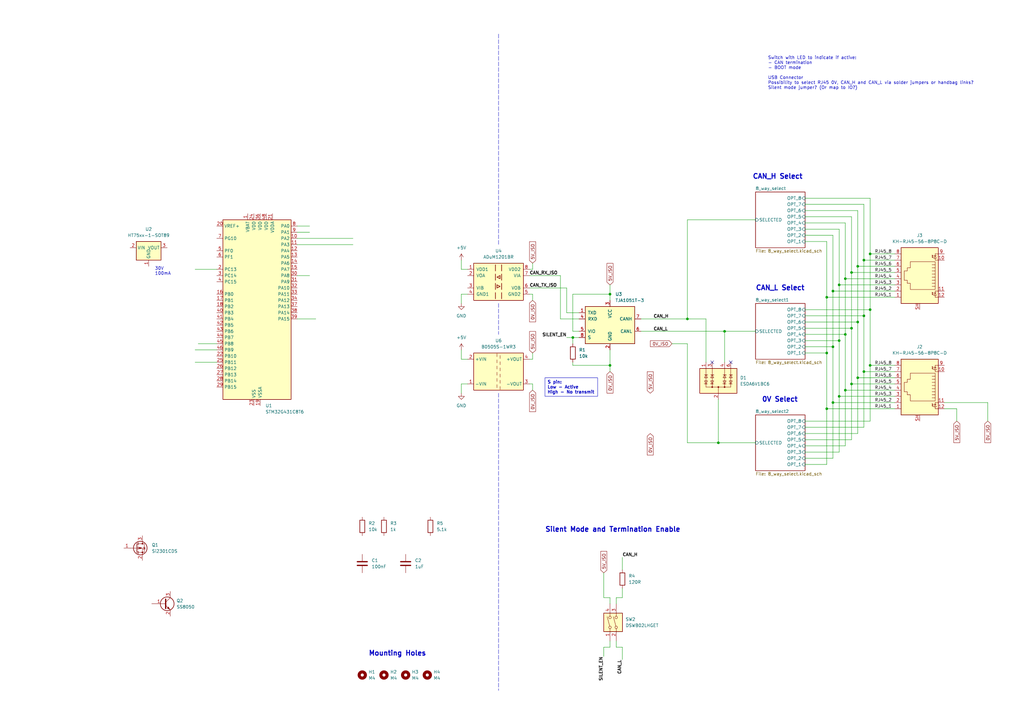
<source format=kicad_sch>
(kicad_sch (version 20230121) (generator eeschema)
  (paper "A3")
  (title_block (title "CANable ISO") (rev "A") (company "N/A"))
  (lib_symbols
    (symbol "CANable_ISO_PCB:B0505S-1WR3"
      (property "Reference" "U" (at -8.89 8.89 0))
      (property "Value" "B0505S-1WR3" (at 2.54 8.89 0))
      (symbol "B0505S-1WR3_0_1"
        (rectangle (start -10.16 7.62) (end 10.16 -7.62) (stroke (width 0.254)) (fill (type background)))
        (polyline (pts (xy -0.635 -5.334) (xy -0.635 -6.604)))
        (polyline (pts (xy -0.635 -2.794) (xy -0.635 -4.064)))
        (polyline (pts (xy -0.635 -0.254) (xy -0.635 -1.524)))
        (polyline (pts (xy -0.635 2.286) (xy -0.635 1.016)))
        (polyline (pts (xy -0.635 4.826) (xy -0.635 3.556)))
        (polyline (pts (xy -0.635 7.366) (xy -0.635 6.096)))
        (polyline (pts (xy 0.635 -7.366) (xy 0.635 -6.096)))
        (polyline (pts (xy 0.635 -4.826) (xy 0.635 -3.556)))
        (polyline (pts (xy 0.635 -2.286) (xy 0.635 -1.016)))
        (polyline (pts (xy 0.635 0.254) (xy 0.635 1.524)))
        (polyline (pts (xy 0.635 2.794) (xy 0.635 4.064)))
        (polyline (pts (xy 0.635 5.334) (xy 0.635 6.604)))
      )
      (symbol "B0505S-1WR3_1_1"
        (pin power_in line (at -12.7 -5.08 0) (length 2.54) (name "-VIN") (number "1"))
        (pin power_in line (at -12.7 5.08 0) (length 2.54) (name "+VIN") (number "2"))
        (pin power_out line (at 12.7 -5.08 180) (length 2.54) (name "-VOUT") (number "3"))
        (pin power_out line (at 12.7 5.08 180) (length 2.54) (name "+VOUT") (number "4"))
      )
    )
    (symbol "CANable_ISO_PCB:KH-RJ45-56-8P8C-D" (pin_names (offset 1.016))
      (property "Reference" "J" (at -5.08 13.97 0))
      (property "Value" "KH-RJ45-56-8P8C-D" (at 1.27 13.97 0))
      (symbol "KH-RJ45-56-8P8C-D_0_1"
        (polyline (pts (xy -7.62 -7.62) (xy -6.35 -7.62)))
        (polyline (pts (xy -7.62 -5.08) (xy -6.35 -5.08)))
        (polyline (pts (xy -7.62 7.62) (xy -6.35 7.62)))
        (polyline (pts (xy -7.62 10.16) (xy -6.35 10.16)))
        (polyline (pts (xy -6.858 -5.842) (xy -5.842 -5.842)))
        (polyline (pts (xy -6.858 9.398) (xy -5.842 9.398)))
        (polyline (pts (xy -6.35 -7.62) (xy -6.35 -6.858)))
        (polyline (pts (xy -6.35 -5.08) (xy -6.35 -5.842)))
        (polyline (pts (xy -6.35 7.62) (xy -6.35 8.382)))
        (polyline (pts (xy -6.35 10.16) (xy -6.35 9.398)))
        (polyline (pts (xy -5.08 -6.223) (xy -5.207 -6.604)))
        (polyline (pts (xy -5.08 -5.588) (xy -5.207 -5.969)))
        (polyline (pts (xy -5.08 4.445) (xy -6.35 4.445)))
        (polyline (pts (xy -5.08 5.715) (xy -6.35 5.715)))
        (polyline (pts (xy -5.08 9.017) (xy -5.207 8.636)))
        (polyline (pts (xy -5.08 9.652) (xy -5.207 9.271)))
        (polyline (pts (xy -6.35 -3.175) (xy -5.08 -3.175) (xy -5.08 -3.175)))
        (polyline (pts (xy -6.35 -1.905) (xy -5.08 -1.905) (xy -5.08 -1.905)))
        (polyline (pts (xy -6.35 -0.635) (xy -5.08 -0.635) (xy -5.08 -0.635)))
        (polyline (pts (xy -6.35 0.635) (xy -5.08 0.635) (xy -5.08 0.635)))
        (polyline (pts (xy -6.35 1.905) (xy -5.08 1.905) (xy -5.08 1.905)))
        (polyline (pts (xy -5.588 -6.731) (xy -5.08 -6.223) (xy -5.461 -6.35)))
        (polyline (pts (xy -5.588 -6.096) (xy -5.08 -5.588) (xy -5.461 -5.715)))
        (polyline (pts (xy -5.588 8.509) (xy -5.08 9.017) (xy -5.461 8.89)))
        (polyline (pts (xy -5.588 9.144) (xy -5.08 9.652) (xy -5.461 9.525)))
        (polyline (pts (xy -5.08 3.175) (xy -6.35 3.175) (xy -6.35 3.175)))
        (polyline (pts (xy -6.35 -5.842) (xy -6.858 -6.858) (xy -5.842 -6.858) (xy -6.35 -5.842)))
        (polyline (pts (xy -6.35 9.398) (xy -6.858 8.382) (xy -5.842 8.382) (xy -6.35 9.398)))
        (polyline (pts (xy -6.35 -4.445) (xy -6.35 6.985) (xy 3.81 6.985) (xy 3.81 4.445) (xy 5.08 4.445) (xy 5.08 3.175) (xy 6.35 3.175) (xy 6.35 -0.635) (xy 5.08 -0.635) (xy 5.08 -1.905) (xy 3.81 -1.905) (xy 3.81 -4.445) (xy -6.35 -4.445) (xy -6.35 -4.445)))
        (rectangle (start 7.62 12.7) (end -7.62 -10.16) (stroke (width 0.254)) (fill (type background)))
      )
      (symbol "KH-RJ45-56-8P8C-D_1_1"
        (pin passive line (at 10.16 -7.62 180) (length 2.54) (name "~") (number "1"))
        (pin passive line (at -10.16 7.62 0) (length 2.54) (name "~") (number "10"))
        (pin passive line (at -10.16 -5.08 0) (length 2.54) (name "~") (number "11"))
        (pin passive line (at -10.16 -7.62 0) (length 2.54) (name "~") (number "12"))
        (pin passive line (at 10.16 -5.08 180) (length 2.54) (name "~") (number "2"))
        (pin passive line (at 10.16 -2.54 180) (length 2.54) (name "~") (number "3"))
        (pin passive line (at 10.16 0 180) (length 2.54) (name "~") (number "4"))
        (pin passive line (at 10.16 2.54 180) (length 2.54) (name "~") (number "5"))
        (pin passive line (at 10.16 5.08 180) (length 2.54) (name "~") (number "6"))
        (pin passive line (at 10.16 7.62 180) (length 2.54) (name "~") (number "7"))
        (pin passive line (at 10.16 10.16 180) (length 2.54) (name "~") (number "8"))
        (pin passive line (at -10.16 10.16 0) (length 2.54) (name "~") (number "9"))
        (pin passive line (at 0 -12.7 90) (length 2.54) (name "~") (number "SH"))
      )
    )
    (symbol "Device:C" (pin_numbers hide) (pin_names (offset 0.254))
      (property "Reference" "C" (at 0.635 2.54 0))
      (property "Value" "C" (at 0.635 -2.54 0))
      (symbol "C_0_1"
        (polyline (pts (xy -2.032 -0.762) (xy 2.032 -0.762)) (stroke (width 0.508)))
        (polyline (pts (xy -2.032 0.762) (xy 2.032 0.762)) (stroke (width 0.508)))
      )
      (symbol "C_1_1"
        (pin passive line (at 0 3.81 270) (length 2.794) (name "~") (number "1"))
        (pin passive line (at 0 -3.81 90) (length 2.794) (name "~") (number "2"))
      )
    )
    (symbol "Device:Q_PMOS_GSD" (pin_names (offset 0) hide)
      (property "Reference" "Q" (at 5.08 1.27 0))
      (property "Value" "Q_PMOS_GSD" (at 5.08 -1.27 0))
      (symbol "Q_PMOS_GSD_0_1"
        (polyline (pts (xy 0.254 0) (xy -2.54 0)))
        (polyline (pts (xy 0.254 1.905) (xy 0.254 -1.905)) (stroke (width 0.254)))
        (polyline (pts (xy 0.762 -1.27) (xy 0.762 -2.286)) (stroke (width 0.254)))
        (polyline (pts (xy 0.762 0.508) (xy 0.762 -0.508)) (stroke (width 0.254)))
        (polyline (pts (xy 0.762 2.286) (xy 0.762 1.27)) (stroke (width 0.254)))
        (polyline (pts (xy 2.54 2.54) (xy 2.54 1.778)))
        (polyline (pts (xy 2.54 -2.54) (xy 2.54 0) (xy 0.762 0)))
        (polyline (pts (xy 0.762 1.778) (xy 3.302 1.778) (xy 3.302 -1.778) (xy 0.762 -1.778)))
        (polyline (pts (xy 2.286 0) (xy 1.27 0.381) (xy 1.27 -0.381) (xy 2.286 0)) (fill (type outline)))
        (polyline (pts (xy 2.794 -0.508) (xy 2.921 -0.381) (xy 3.683 -0.381) (xy 3.81 -0.254)))
        (polyline (pts (xy 3.302 -0.381) (xy 2.921 0.254) (xy 3.683 0.254) (xy 3.302 -0.381)))
        (circle (center 1.651 0) (radius 2.794) (stroke (width 0.254)))
        (circle (center 2.54 -1.778) (radius 0.254) (fill (type outline)))
        (circle (center 2.54 1.778) (radius 0.254) (fill (type outline)))
      )
      (symbol "Q_PMOS_GSD_1_1"
        (pin input line (at -5.08 0 0) (length 2.54) (name "G") (number "1"))
        (pin passive line (at 2.54 -5.08 90) (length 2.54) (name "S") (number "2"))
        (pin passive line (at 2.54 5.08 270) (length 2.54) (name "D") (number "3"))
      )
    )
    (symbol "Device:R" (pin_numbers hide) (pin_names (offset 0))
      (property "Reference" "R" (at 2.032 0 90))
      (property "Value" "R" (at 0 0 90))
      (symbol "R_0_1"
        (rectangle (start -1.016 -2.54) (end 1.016 2.54) (stroke (width 0.254)))
      )
      (symbol "R_1_1"
        (pin passive line (at 0 3.81 270) (length 1.27) (name "~") (number "1"))
        (pin passive line (at 0 -3.81 90) (length 1.27) (name "~") (number "2"))
      )
    )
    (symbol "Interface_CAN_LIN:TJA1051T-3" (pin_names (offset 1.016))
      (property "Reference" "U" (at -10.16 8.89 0))
      (property "Value" "TJA1051T-3" (at 1.27 8.89 0))
      (symbol "TJA1051T-3_0_1"
        (rectangle (start -10.16 7.62) (end 10.16 -7.62) (stroke (width 0.254)) (fill (type background)))
      )
      (symbol "TJA1051T-3_1_1"
        (pin input line (at -12.7 5.08 0) (length 2.54) (name "TXD") (number "1"))
        (pin power_in line (at 0 -10.16 90) (length 2.54) (name "GND") (number "2"))
        (pin power_in line (at 0 10.16 270) (length 2.54) (name "VCC") (number "3"))
        (pin output line (at -12.7 2.54 0) (length 2.54) (name "RXD") (number "4"))
        (pin power_in line (at -12.7 -2.54 0) (length 2.54) (name "VIO") (number "5"))
        (pin bidirectional line (at 12.7 -2.54 180) (length 2.54) (name "CANL") (number "6"))
        (pin bidirectional line (at 12.7 2.54 180) (length 2.54) (name "CANH") (number "7"))
        (pin input line (at -12.7 -5.08 0) (length 2.54) (name "S") (number "8"))
      )
    )
    (symbol "Isolator:ADuM1201AR" (pin_names (offset 1.016))
      (property "Reference" "U" (at -10.16 8.89 0))
      (property "Value" "ADuM1201AR" (at -2.032 8.89 0))
      (symbol "ADuM1201AR_0_1"
        (rectangle (start -10.16 7.62) (end 10.16 -7.62) (stroke (width 0.254)) (fill (type background)))
        (polyline (pts (xy -1.27 -4.445) (xy -1.27 -6.985)) (stroke (width 0.254)))
        (polyline (pts (xy -1.27 -0.635) (xy -1.27 -3.175)) (stroke (width 0.254)))
        (polyline (pts (xy -1.27 3.175) (xy -1.27 0.635)) (stroke (width 0.254)))
        (polyline (pts (xy -1.27 6.985) (xy -1.27 4.445)) (stroke (width 0.254)))
        (polyline (pts (xy 1.27 -4.445) (xy 1.27 -6.985)) (stroke (width 0.254)))
        (polyline (pts (xy 1.27 -0.635) (xy 1.27 -3.175)) (stroke (width 0.254)))
        (polyline (pts (xy 1.27 3.175) (xy 1.27 0.635)) (stroke (width 0.254)))
        (polyline (pts (xy 1.27 6.985) (xy 1.27 4.445)) (stroke (width 0.254)))
        (polyline (pts (xy -0.635 -1.27) (xy -0.635 -2.54) (xy 0.635 -1.905) (xy -0.635 -1.27)) (stroke (width 0.254)))
        (polyline (pts (xy 0.635 2.54) (xy 0.635 1.27) (xy -0.635 1.905) (xy 0.635 2.54)) (stroke (width 0.254)))
      )
      (symbol "ADuM1201AR_1_1"
        (pin power_in line (at -12.7 5.08 0) (length 2.54) (name "VDD1") (number "1"))
        (pin output line (at -12.7 2.54 0) (length 2.54) (name "VOA") (number "2"))
        (pin input line (at -12.7 -2.54 0) (length 2.54) (name "VIB") (number "3"))
        (pin power_in line (at -12.7 -5.08 0) (length 2.54) (name "GND1") (number "4"))
        (pin power_in line (at 12.7 -5.08 180) (length 2.54) (name "GND2") (number "5"))
        (pin output line (at 12.7 -2.54 180) (length 2.54) (name "VOB") (number "6"))
        (pin input line (at 12.7 2.54 180) (length 2.54) (name "VIA") (number "7"))
        (pin power_in line (at 12.7 5.08 180) (length 2.54) (name "VDD2") (number "8"))
      )
    )
    (symbol "MCU_ST_STM32G4:STM32G431C8Tx"
      (property "Reference" "U" (at -12.7 39.37 0))
      (property "Value" "STM32G431C8Tx" (at 10.16 39.37 0))
      (symbol "STM32G431C8Tx_0_1"
        (rectangle (start -12.7 -35.56) (end 15.24 38.1) (stroke (width 0.254)) (fill (type background)))
      )
      (symbol "STM32G431C8Tx_1_1"
        (pin power_in line (at -2.54 40.64 270) (length 2.54) (name "VBAT") (number "1"))
        (pin bidirectional line (at 17.78 30.48 180) (length 2.54) (name "PA2") (number "10"))
        (pin bidirectional line (at 17.78 27.94 180) (length 2.54) (name "PA3") (number "11"))
        (pin bidirectional line (at 17.78 25.4 180) (length 2.54) (name "PA4") (number "12"))
        (pin bidirectional line (at 17.78 22.86 180) (length 2.54) (name "PA5") (number "13"))
        (pin bidirectional line (at 17.78 20.32 180) (length 2.54) (name "PA6") (number "14"))
        (pin bidirectional line (at 17.78 17.78 180) (length 2.54) (name "PA7") (number "15"))
        (pin bidirectional line (at -15.24 7.62 0) (length 2.54) (name "PB0") (number "16"))
        (pin bidirectional line (at -15.24 5.08 0) (length 2.54) (name "PB1") (number "17"))
        (pin bidirectional line (at -15.24 2.54 0) (length 2.54) (name "PB2") (number "18"))
        (pin power_in line (at 2.54 -38.1 90) (length 2.54) (name "VSSA") (number "19"))
        (pin bidirectional line (at -15.24 17.78 0) (length 2.54) (name "PC13") (number "2"))
        (pin input line (at -15.24 35.56 0) (length 2.54) (name "VREF+") (number "20"))
        (pin power_in line (at 7.62 40.64 270) (length 2.54) (name "VDDA") (number "21"))
        (pin bidirectional line (at -15.24 -17.78 0) (length 2.54) (name "PB10") (number "22"))
        (pin power_in line (at 0 -38.1 90) (length 2.54) (name "VSS") (number "23"))
        (pin power_in line (at 0 40.64 270) (length 2.54) (name "VDD") (number "24"))
        (pin bidirectional line (at -15.24 -20.32 0) (length 2.54) (name "PB11") (number "25"))
        (pin bidirectional line (at -15.24 -22.86 0) (length 2.54) (name "PB12") (number "26"))
        (pin bidirectional line (at -15.24 -25.4 0) (length 2.54) (name "PB13") (number "27"))
        (pin bidirectional line (at -15.24 -27.94 0) (length 2.54) (name "PB14") (number "28"))
        (pin bidirectional line (at -15.24 -30.48 0) (length 2.54) (name "PB15") (number "29"))
        (pin bidirectional line (at -15.24 15.24 0) (length 2.54) (name "PC14") (number "3"))
        (pin bidirectional line (at 17.78 15.24 180) (length 2.54) (name "PA8") (number "30"))
        (pin bidirectional line (at 17.78 12.7 180) (length 2.54) (name "PA9") (number "31"))
        (pin bidirectional line (at 17.78 10.16 180) (length 2.54) (name "PA10") (number "32"))
        (pin bidirectional line (at 17.78 7.62 180) (length 2.54) (name "PA11") (number "33"))
        (pin bidirectional line (at 17.78 5.08 180) (length 2.54) (name "PA12") (number "34"))
        (pin passive line (at 0 -38.1 90) (length 2.54) hide (name "VSS") (number "35"))
        (pin power_in line (at 2.54 40.64 270) (length 2.54) (name "VDD") (number "36"))
        (pin bidirectional line (at 17.78 2.54 180) (length 2.54) (name "PA13") (number "37"))
        (pin bidirectional line (at 17.78 0 180) (length 2.54) (name "PA14") (number "38"))
        (pin bidirectional line (at 17.78 -2.54 180) (length 2.54) (name "PA15") (number "39"))
        (pin bidirectional line (at -15.24 12.7 0) (length 2.54) (name "PC15") (number "4"))
        (pin bidirectional line (at -15.24 0 0) (length 2.54) (name "PB3") (number "40"))
        (pin bidirectional line (at -15.24 -2.54 0) (length 2.54) (name "PB4") (number "41"))
        (pin bidirectional line (at -15.24 -5.08 0) (length 2.54) (name "PB5") (number "42"))
        (pin bidirectional line (at -15.24 -7.62 0) (length 2.54) (name "PB6") (number "43"))
        (pin bidirectional line (at -15.24 -10.16 0) (length 2.54) (name "PB7") (number "44"))
        (pin bidirectional line (at -15.24 -12.7 0) (length 2.54) (name "PB8") (number "45"))
        (pin bidirectional line (at -15.24 -15.24 0) (length 2.54) (name "PB9") (number "46"))
        (pin passive line (at 0 -38.1 90) (length 2.54) hide (name "VSS") (number "47"))
        (pin power_in line (at 5.08 40.64 270) (length 2.54) (name "VDD") (number "48"))
        (pin bidirectional line (at -15.24 25.4 0) (length 2.54) (name "PF0") (number "5"))
        (pin bidirectional line (at -15.24 22.86 0) (length 2.54) (name "PF1") (number "6"))
        (pin bidirectional line (at -15.24 30.48 0) (length 2.54) (name "PG10") (number "7"))
        (pin bidirectional line (at 17.78 35.56 180) (length 2.54) (name "PA0") (number "8"))
        (pin bidirectional line (at 17.78 33.02 180) (length 2.54) (name "PA1") (number "9"))
      )
    )
    (symbol "Mechanical:MountingHole" (pin_names (offset 1.016))
      (property "Reference" "H" (at 0 5.08 0))
      (property "Value" "MountingHole" (at 0 3.175 0))
      (symbol "MountingHole_0_1"
        (circle (center 0 0) (radius 1.27) (stroke (width 1.27)))
      )
    )
    (symbol "Power_Protection:ESDA6V1BC6" (pin_names hide)
      (property "Reference" "D" (at -2.54 -6.35 0))
      (property "Value" "ESDA6V1BC6" (at 1.27 -6.35 0))
      (symbol "ESDA6V1BC6_0_0"
        (pin passive line (at 0 -7.62 90) (length 2.54) (name "COM") (number "2"))
      )
      (symbol "ESDA6V1BC6_0_1"
        (rectangle (start -7.62 5.08) (end 7.62 -5.08) (stroke (width 0.254)) (fill (type background)))
        (circle (center -2.54 -2.54) (radius 0.254) (fill (type outline)))
        (circle (center 0 -2.54) (radius 0.254) (fill (type outline)))
        (polyline (pts (xy -5.08 -2.54) (xy -5.08 -1.27)))
        (polyline (pts (xy -5.08 -2.54) (xy 5.08 -2.54)))
        (polyline (pts (xy -5.08 2.54) (xy -5.08 -1.27)))
        (polyline (pts (xy -5.08 5.08) (xy -5.08 2.54)))
        (polyline (pts (xy -2.54 -2.54) (xy -2.54 -1.27)))
        (polyline (pts (xy -2.54 2.54) (xy -2.54 -1.27)))
        (polyline (pts (xy -2.54 5.08) (xy -2.54 2.54)))
        (polyline (pts (xy 0 -2.54) (xy 0 -5.08)))
        (polyline (pts (xy 2.54 -2.54) (xy 2.54 -1.27)))
        (polyline (pts (xy 2.54 2.54) (xy 2.54 -1.27)))
        (polyline (pts (xy 2.54 5.08) (xy 2.54 2.54)))
        (polyline (pts (xy 5.08 -2.54) (xy 5.08 -1.27)))
        (polyline (pts (xy 5.08 2.54) (xy 5.08 -1.27)))
        (polyline (pts (xy 5.08 5.08) (xy 5.08 2.54)))
        (polyline (pts (xy -5.715 -1.016) (xy -5.715 -1.27) (xy -4.445 -1.27)))
        (polyline (pts (xy -5.715 2.54) (xy -4.445 2.54) (xy -4.445 2.286)))
        (polyline (pts (xy -3.175 -1.016) (xy -3.175 -1.27) (xy -1.905 -1.27)))
        (polyline (pts (xy -3.175 2.54) (xy -1.905 2.54) (xy -1.905 2.286)))
        (polyline (pts (xy 1.905 -1.016) (xy 1.905 -1.27) (xy 3.175 -1.27)))
        (polyline (pts (xy 1.905 2.54) (xy 3.175 2.54) (xy 3.175 2.286)))
        (polyline (pts (xy 4.445 -1.016) (xy 4.445 -1.27) (xy 5.715 -1.27)))
        (polyline (pts (xy 4.445 2.54) (xy 5.715 2.54) (xy 5.715 2.286)))
        (polyline (pts (xy -5.08 -1.27) (xy -5.715 0) (xy -4.445 0) (xy -5.08 -1.27)))
        (polyline (pts (xy -5.08 2.54) (xy -4.445 1.27) (xy -5.715 1.27) (xy -5.08 2.54)))
        (polyline (pts (xy -2.54 -1.27) (xy -3.175 0) (xy -1.905 0) (xy -2.54 -1.27)))
        (polyline (pts (xy -2.54 2.54) (xy -1.905 1.27) (xy -3.175 1.27) (xy -2.54 2.54)))
        (polyline (pts (xy 2.54 -1.27) (xy 1.905 0) (xy 3.175 0) (xy 2.54 -1.27)))
        (polyline (pts (xy 2.54 2.54) (xy 3.175 1.27) (xy 1.905 1.27) (xy 2.54 2.54)))
        (polyline (pts (xy 5.08 -1.27) (xy 4.445 0) (xy 5.715 0) (xy 5.08 -1.27)))
        (polyline (pts (xy 5.08 2.54) (xy 5.715 1.27) (xy 4.445 1.27) (xy 5.08 2.54)))
        (circle (center 2.54 -2.54) (radius 0.254) (fill (type outline)))
      )
      (symbol "ESDA6V1BC6_1_1"
        (pin passive line (at -5.08 7.62 270) (length 2.54) (name "TVS1") (number "1"))
        (pin passive line (at -2.54 7.62 270) (length 2.54) (name "TVS2") (number "3"))
        (pin passive line (at 2.54 7.62 270) (length 2.54) (name "TVS3") (number "4"))
        (pin passive line (at 0 -7.62 90) (length 2.54) hide (name "COM") (number "5"))
        (pin passive line (at 5.08 7.62 270) (length 2.54) (name "TVS4") (number "6"))
      )
    )
    (symbol "Regulator_Linear:HT75xx-1-SOT89"
      (property "Reference" "U" (at -5.08 -3.81 0))
      (property "Value" "HT75xx-1-SOT89" (at 0 6.35 0))
      (symbol "HT75xx-1-SOT89_0_1"
        (rectangle (start -5.08 5.08) (end 5.08 -2.54) (stroke (width 0.254)) (fill (type background)))
      )
      (symbol "HT75xx-1-SOT89_1_1"
        (pin power_in line (at 0 -5.08 90) (length 2.54) (name "GND") (number "1"))
        (pin power_in line (at -7.62 2.54 0) (length 2.54) (name "VIN") (number "2"))
        (pin power_out line (at 7.62 2.54 180) (length 2.54) (name "VOUT") (number "3"))
      )
    )
    (symbol "Switch:SW_DIP_x02" (pin_names (offset 0) hide)
      (property "Reference" "SW" (at 0 6.35 0))
      (property "Value" "SW_DIP_x02" (at 0 -3.81 0))
      (symbol "SW_DIP_x02_0_0"
        (circle (center -2.032 0) (radius 0.508))
        (circle (center -2.032 2.54) (radius 0.508))
        (polyline (pts (xy -1.524 0.127) (xy 2.3622 1.1684)))
        (polyline (pts (xy -1.524 2.667) (xy 2.3622 3.7084)))
        (circle (center 2.032 0) (radius 0.508))
        (circle (center 2.032 2.54) (radius 0.508))
      )
      (symbol "SW_DIP_x02_0_1"
        (rectangle (start -3.81 5.08) (end 3.81 -2.54) (stroke (width 0.254)) (fill (type background)))
      )
      (symbol "SW_DIP_x02_1_1"
        (pin passive line (at -7.62 2.54 0) (length 5.08) (name "~") (number "1"))
        (pin passive line (at -7.62 0 0) (length 5.08) (name "~") (number "2"))
        (pin passive line (at 7.62 0 180) (length 5.08) (name "~") (number "3"))
        (pin passive line (at 7.62 2.54 180) (length 5.08) (name "~") (number "4"))
      )
    )
    (symbol "Transistor_BJT:BC817" (pin_names (offset 0) hide)
      (property "Reference" "Q" (at 5.08 1.905 0))
      (property "Value" "BC817" (at 5.08 0 0))
      (symbol "BC817_0_1"
        (polyline (pts (xy 0.635 0.635) (xy 2.54 2.54)))
        (polyline (pts (xy 0.635 -0.635) (xy 2.54 -2.54) (xy 2.54 -2.54)))
        (polyline (pts (xy 0.635 1.905) (xy 0.635 -1.905) (xy 0.635 -1.905)) (stroke (width 0.508)))
        (polyline (pts (xy 1.27 -1.778) (xy 1.778 -1.27) (xy 2.286 -2.286) (xy 1.27 -1.778) (xy 1.27 -1.778)) (fill (type outline)))
        (circle (center 1.27 0) (radius 2.8194) (stroke (width 0.254)))
      )
      (symbol "BC817_1_1"
        (pin input line (at -5.08 0 0) (length 5.715) (name "B") (number "1"))
        (pin passive line (at 2.54 -5.08 90) (length 2.54) (name "E") (number "2"))
        (pin passive line (at 2.54 5.08 270) (length 2.54) (name "C") (number "3"))
      )
    )
    (symbol "power:+5V" (power) (pin_names (offset 0))
      (property "Value" "+5V" (at 0 3.556 0))
      (symbol "+5V_0_1"
        (polyline (pts (xy -0.762 1.27) (xy 0 2.54)))
        (polyline (pts (xy 0 0) (xy 0 2.54)))
        (polyline (pts (xy 0 2.54) (xy 0.762 1.27)))
      )
      (symbol "+5V_1_1"
        (pin power_in line (at 0 0 90) (length 0) hide (name "+5V") (number "1"))
      )
    )
    (symbol "power:GND" (power) (pin_names (offset 0))
      (property "Value" "GND" (at 0 -3.81 0))
      (symbol "GND_0_1"
        (polyline (pts (xy 0 0) (xy 0 -1.27) (xy 1.27 -1.27) (xy 0 -2.54) (xy -1.27 -1.27) (xy 0 -1.27)))
      )
      (symbol "GND_1_1"
        (pin power_in line (at 0 0 270) (length 0) hide (name "GND") (number "1"))
      )
    )
  )
  (junction (at 354.33 152.4))
  (junction (at 349.25 157.48))
  (junction (at 346.71 114.3))
  (junction (at 354.33 106.68))
  (junction (at 351.79 109.22))
  (junction (at 346.71 137.16))
  (junction (at 281.94 130.81))
  (junction (at 349.25 111.76))
  (junction (at 341.63 165.1))
  (junction (at 354.33 129.54))
  (junction (at 250.19 120.65))
  (junction (at 346.71 160.02))
  (junction (at 344.17 162.56))
  (junction (at 356.87 149.86))
  (junction (at 344.17 116.84))
  (junction (at 356.87 127))
  (junction (at 349.25 134.62))
  (junction (at 341.63 142.24))
  (junction (at 294.64 181.61))
  (junction (at 339.09 121.92))
  (junction (at 234.95 138.43))
  (junction (at 351.79 132.08))
  (junction (at 339.09 167.64))
  (junction (at 341.63 119.38))
  (junction (at 297.18 135.89))
  (junction (at 356.87 104.14))
  (junction (at 339.09 144.78))
  (junction (at 344.17 139.7))
  (junction (at 250.19 149.86))
  (junction (at 351.79 154.94))
  (no_connect (at 292.1 148.59))
  (no_connect (at 299.72 148.59))
  (wire (pts (xy 346.71 137.16) (xy 346.71 160.02)))
  (wire (pts (xy 234.95 120.65) (xy 250.19 120.65)))
  (wire (pts (xy 339.09 99.06) (xy 330.2 99.06)))
  (wire (pts (xy 81.28 140.97) (xy 88.9 140.97)))
  (wire (pts (xy 189.23 110.49) (xy 191.77 110.49)))
  (wire (pts (xy 351.79 154.94) (xy 367.03 154.94)))
  (wire (pts (xy 229.87 113.03) (xy 229.87 130.81)))
  (wire (pts (xy 281.94 130.81) (xy 281.94 90.17)))
  (wire (pts (xy 189.23 161.29) (xy 189.23 157.48)))
  (wire (pts (xy 330.2 137.16) (xy 346.71 137.16)))
  (wire (pts (xy 405.13 165.1) (xy 405.13 172.72)))
  (wire (pts (xy 354.33 152.4) (xy 354.33 175.26)))
  (wire (pts (xy 339.09 144.78) (xy 330.2 144.78)))
  (wire (pts (xy 189.23 147.32) (xy 191.77 147.32)))
  (wire (pts (xy 217.17 157.48) (xy 218.44 157.48)))
  (wire (pts (xy 392.43 167.64) (xy 392.43 172.72)))
  (wire (pts (xy 281.94 130.81) (xy 289.56 130.81)))
  (wire (pts (xy 387.35 167.64) (xy 392.43 167.64)))
  (wire (pts (xy 341.63 119.38) (xy 341.63 142.24)))
  (wire (pts (xy 247.65 265.43) (xy 250.19 265.43)))
  (wire (pts (xy 351.79 177.8) (xy 330.2 177.8)))
  (wire (pts (xy 252.73 265.43) (xy 252.73 262.89)))
  (wire (pts (xy 189.23 157.48) (xy 191.77 157.48)))
  (wire (pts (xy 341.63 119.38) (xy 367.03 119.38)))
  (wire (pts (xy 341.63 165.1) (xy 341.63 187.96)))
  (wire (pts (xy 189.23 120.65) (xy 191.77 120.65)))
  (wire (pts (xy 218.44 120.65) (xy 218.44 123.19)))
  (wire (pts (xy 255.27 241.3) (xy 255.27 245.11)))
  (wire (pts (xy 330.2 175.26) (xy 354.33 175.26)))
  (wire (pts (xy 262.89 130.81) (xy 281.94 130.81)))
  (wire (pts (xy 344.17 116.84) (xy 344.17 93.98)))
  (wire (pts (xy 250.19 245.11) (xy 250.19 247.65)))
  (wire (pts (xy 281.94 140.97) (xy 281.94 181.61)))
  (wire (pts (xy 232.41 138.43) (xy 234.95 138.43)))
  (wire (pts (xy 250.19 149.86) (xy 250.19 152.4)))
  (wire (pts (xy 189.23 124.46) (xy 189.23 120.65)))
  (wire (pts (xy 234.95 138.43) (xy 234.95 140.97)))
  (wire (pts (xy 387.35 165.1) (xy 405.13 165.1)))
  (wire (pts (xy 121.92 130.81) (xy 129.54 130.81)))
  (wire (pts (xy 344.17 162.56) (xy 367.03 162.56)))
  (wire (pts (xy 281.94 181.61) (xy 294.64 181.61)))
  (wire (pts (xy 346.71 114.3) (xy 346.71 137.16)))
  (wire (pts (xy 367.03 121.92) (xy 339.09 121.92)))
  (wire (pts (xy 250.19 265.43) (xy 250.19 262.89)))
  (wire (pts (xy 218.44 157.48) (xy 218.44 160.02)))
  (wire (pts (xy 346.71 114.3) (xy 346.71 91.44)))
  (wire (pts (xy 354.33 152.4) (xy 354.33 129.54)))
  (wire (pts (xy 247.65 245.11) (xy 250.19 245.11)))
  (wire (pts (xy 354.33 106.68) (xy 354.33 83.82)))
  (wire (pts (xy 330.2 187.96) (xy 341.63 187.96)))
  (polyline (pts (xy 204.47 124.46) (xy 204.47 137.16)) (stroke (width 0) (type dash)))
  (wire (pts (xy 330.2 172.72) (xy 356.87 172.72)))
  (wire (pts (xy 344.17 139.7) (xy 344.17 162.56)))
  (wire (pts (xy 339.09 167.64) (xy 339.09 190.5)))
  (wire (pts (xy 351.79 109.22) (xy 351.79 132.08)))
  (wire (pts (xy 346.71 160.02) (xy 367.03 160.02)))
  (wire (pts (xy 250.19 116.84) (xy 250.19 120.65)))
  (wire (pts (xy 330.2 86.36) (xy 351.79 86.36)))
  (wire (pts (xy 354.33 106.68) (xy 367.03 106.68)))
  (polyline (pts (xy 204.47 13.97) (xy 204.47 100.33)) (stroke (width 0) (type dash)))
  (wire (pts (xy 121.92 92.71) (xy 127 92.71)))
  (wire (pts (xy 275.59 140.97) (xy 281.94 140.97)))
  (wire (pts (xy 344.17 116.84) (xy 344.17 139.7)))
  (wire (pts (xy 356.87 149.86) (xy 356.87 172.72)))
  (wire (pts (xy 344.17 185.42) (xy 330.2 185.42)))
  (wire (pts (xy 330.2 127) (xy 356.87 127)))
  (wire (pts (xy 255.27 245.11) (xy 252.73 245.11)))
  (wire (pts (xy 356.87 81.28) (xy 330.2 81.28)))
  (wire (pts (xy 234.95 138.43) (xy 237.49 138.43)))
  (wire (pts (xy 349.25 157.48) (xy 349.25 134.62)))
  (wire (pts (xy 217.17 118.11) (xy 232.41 118.11)))
  (wire (pts (xy 189.23 143.51) (xy 189.23 147.32)))
  (wire (pts (xy 297.18 135.89) (xy 309.88 135.89)))
  (polyline (pts (xy 204.47 161.29) (xy 204.47 283.21)) (stroke (width 0) (type dash)))
  (wire (pts (xy 351.79 86.36) (xy 351.79 109.22)))
  (wire (pts (xy 346.71 114.3) (xy 367.03 114.3)))
  (wire (pts (xy 346.71 160.02) (xy 346.71 182.88)))
  (wire (pts (xy 346.71 182.88) (xy 330.2 182.88)))
  (wire (pts (xy 294.64 181.61) (xy 309.88 181.61)))
  (wire (pts (xy 351.79 132.08) (xy 351.79 154.94)))
  (wire (pts (xy 349.25 88.9) (xy 330.2 88.9)))
  (wire (pts (xy 356.87 149.86) (xy 356.87 127)))
  (wire (pts (xy 189.23 106.68) (xy 189.23 110.49)))
  (wire (pts (xy 218.44 147.32) (xy 218.44 144.78)))
  (wire (pts (xy 229.87 130.81) (xy 237.49 130.81)))
  (wire (pts (xy 356.87 149.86) (xy 367.03 149.86)))
  (wire (pts (xy 341.63 165.1) (xy 367.03 165.1)))
  (wire (pts (xy 354.33 83.82) (xy 330.2 83.82)))
  (wire (pts (xy 232.41 118.11) (xy 232.41 128.27)))
  (wire (pts (xy 330.2 139.7) (xy 344.17 139.7)))
  (wire (pts (xy 80.01 143.51) (xy 88.9 143.51)))
  (wire (pts (xy 234.95 149.86) (xy 250.19 149.86)))
  (wire (pts (xy 217.17 147.32) (xy 218.44 147.32)))
  (wire (pts (xy 252.73 245.11) (xy 252.73 247.65)))
  (wire (pts (xy 341.63 142.24) (xy 341.63 165.1)))
  (wire (pts (xy 330.2 132.08) (xy 351.79 132.08)))
  (wire (pts (xy 339.09 167.64) (xy 367.03 167.64)))
  (wire (pts (xy 234.95 148.59) (xy 234.95 149.86)))
  (wire (pts (xy 341.63 119.38) (xy 341.63 96.52)))
  (wire (pts (xy 341.63 96.52) (xy 330.2 96.52)))
  (wire (pts (xy 344.17 162.56) (xy 344.17 185.42)))
  (wire (pts (xy 356.87 104.14) (xy 367.03 104.14)))
  (wire (pts (xy 255.27 228.6) (xy 255.27 233.68)))
  (wire (pts (xy 354.33 106.68) (xy 354.33 129.54)))
  (wire (pts (xy 255.27 265.43) (xy 255.27 270.51)))
  (wire (pts (xy 349.25 111.76) (xy 349.25 134.62)))
  (wire (pts (xy 297.18 135.89) (xy 297.18 148.59)))
  (wire (pts (xy 80.01 110.49) (xy 88.9 110.49)))
  (wire (pts (xy 121.92 95.25) (xy 127 95.25)))
  (wire (pts (xy 330.2 134.62) (xy 349.25 134.62)))
  (wire (pts (xy 367.03 116.84) (xy 344.17 116.84)))
  (wire (pts (xy 250.19 143.51) (xy 250.19 149.86)))
  (wire (pts (xy 349.25 111.76) (xy 367.03 111.76)))
  (wire (pts (xy 330.2 142.24) (xy 341.63 142.24)))
  (wire (pts (xy 339.09 121.92) (xy 339.09 99.06)))
  (wire (pts (xy 351.79 154.94) (xy 351.79 177.8)))
  (wire (pts (xy 217.17 113.03) (xy 229.87 113.03)))
  (wire (pts (xy 354.33 152.4) (xy 367.03 152.4)))
  (wire (pts (xy 250.19 120.65) (xy 250.19 123.19)))
  (wire (pts (xy 330.2 129.54) (xy 354.33 129.54)))
  (wire (pts (xy 349.25 111.76) (xy 349.25 88.9)))
  (wire (pts (xy 255.27 265.43) (xy 252.73 265.43)))
  (wire (pts (xy 344.17 93.98) (xy 330.2 93.98)))
  (wire (pts (xy 121.92 113.03) (xy 127 113.03)))
  (wire (pts (xy 121.92 97.79) (xy 144.78 97.79)))
  (wire (pts (xy 262.89 135.89) (xy 297.18 135.89)))
  (wire (pts (xy 121.92 100.33) (xy 144.78 100.33)))
  (wire (pts (xy 349.25 157.48) (xy 367.03 157.48)))
  (wire (pts (xy 339.09 190.5) (xy 330.2 190.5)))
  (wire (pts (xy 237.49 135.89) (xy 234.95 135.89)))
  (wire (pts (xy 339.09 144.78) (xy 339.09 167.64)))
  (wire (pts (xy 346.71 91.44) (xy 330.2 91.44)))
  (wire (pts (xy 339.09 121.92) (xy 339.09 144.78)))
  (wire (pts (xy 281.94 90.17) (xy 309.88 90.17)))
  (wire (pts (xy 356.87 104.14) (xy 356.87 127)))
  (wire (pts (xy 232.41 128.27) (xy 237.49 128.27)))
  (wire (pts (xy 234.95 135.89) (xy 234.95 120.65)))
  (wire (pts (xy 80.01 148.59) (xy 88.9 148.59)))
  (wire (pts (xy 294.64 163.83) (xy 294.64 181.61)))
  (wire (pts (xy 217.17 110.49) (xy 218.44 110.49)))
  (wire (pts (xy 330.2 180.34) (xy 349.25 180.34)))
  (wire (pts (xy 349.25 157.48) (xy 349.25 180.34)))
  (wire (pts (xy 217.17 120.65) (xy 218.44 120.65)))
  (wire (pts (xy 247.65 269.24) (xy 247.65 265.43)))
  (wire (pts (xy 356.87 104.14) (xy 356.87 81.28)))
  (wire (pts (xy 351.79 109.22) (xy 367.03 109.22)))
  (wire (pts (xy 218.44 110.49) (xy 218.44 107.95)))
  (wire (pts (xy 289.56 148.59) (xy 289.56 130.81)))
  (wire (pts (xy 247.65 234.95) (xy 247.65 245.11)))
  (text_box "S pin:\nLow - Active\nHigh - No transmit" (at 223.52 154.94 0) (size 21.59 7.62) (effects (font (size 1.27 1.27) bold) (justify left top)))
  (text "Mounting Holes" (at 151.13 269.24 0) (effects (font (size 2 2) (thickness 0.4) bold) (justify left bottom)))
  (text "CAN_H Select" (at 308.61 73.66 0) (effects (font (size 2 2) (thickness 0.4) bold) (justify left bottom)))
  (text "30V\n100mA" (at 63.5 113.03 0) (effects (font (size 1.27 1.27)) (justify left bottom)))
  (text "Silent Mode and Termination Enable" (at 223.52 218.44 0) (effects (font (size 2 2) (thickness 0.4) bold) (justify left bottom)))
  (text "Switch with LED to indicate if active:\n- CAN termination\n- BOOT mode\n\nUSB Connector\nPossibility to select RJ45 0V, CAN_H and CAN_L via solder jumpers or handbag links?\nSilent mode jumper? (Or map to IO?)" (at 314.96 36.83 0) (effects (font (size 1.27 1.27)) (justify left bottom)))
  (text "0V Select" (at 312.42 165.1 0) (effects (font (size 2 2) (thickness 0.4) bold) (justify left bottom)))
  (text "CAN_L Select" (at 309.88 119.38 0) (effects (font (size 2 2) (thickness 0.4) bold) (justify left bottom)))
  (label "CAN_RX_ISO" (at 217.17 113.03 0) (effects (font bold)))
  (label "CAN_L" (at 255.27 270.51 270) (effects (font bold)))
  (label "RJ45_8" (at 365.76 104.14 180))
  (label "CAN_L" (at 267.9663 136.0272 0) (effects (font bold)))
  (label "SILENT_EN" (at 247.65 269.24 270) (effects (font bold)))
  (label "RJ45_3" (at 365.76 162.56 180))
  (label "RJ45_5" (at 365.76 157.48 180))
  (label "RJ45_6" (at 365.76 154.94 180))
  (label "CAN_H" (at 267.97 130.81 0) (effects (font bold)))
  (label "RJ45_3" (at 365.76 116.84 180))
  (label "RJ45_1" (at 365.76 121.92 180))
  (label "CAN_H" (at 255.27 228.6 0) (effects (font bold)))
  (label "RJ45_5" (at 365.76 111.76 180))
  (label "RJ45_4" (at 365.76 160.02 180))
  (label "CAN_TX_ISO" (at 217.17 118.11 0) (effects (font bold)))
  (label "SILENT_EN" (at 232.41 138.43 180) (effects (font bold)))
  (label "RJ45_7" (at 365.76 106.68 180))
  (label "RJ45_8" (at 365.76 149.86 180))
  (label "RJ45_1" (at 365.76 167.64 180))
  (label "RJ45_4" (at 365.76 114.3 180))
  (label "RJ45_2" (at 365.76 119.38 180))
  (label "RJ45_6" (at 365.76 109.22 180))
  (label "RJ45_7" (at 365.76 152.4 180))
  (label "RJ45_2" (at 365.76 165.1 180))
  (global_label "5V_ISO" (shape input) (at 218.44 107.95 90) (property "Intersheetrefs" "${INTERSHEET_REFS}" (effects hide)))
  (global_label "0V_ISO" (shape input) (at 250.19 152.4 270) (property "Intersheetrefs" "${INTERSHEET_REFS}" (effects hide)))
  (global_label "0V_ISO" (shape input) (at 405.13 172.72 270) (property "Intersheetrefs" "${INTERSHEET_REFS}" (effects hide)))
  (global_label "5V_ISO" (shape input) (at 266.7 161.29 90) (property "Intersheetrefs" "${INTERSHEET_REFS}" (effects hide)))
  (global_label "5V_ISO" (shape input) (at 218.44 144.78 90) (property "Intersheetrefs" "${INTERSHEET_REFS}" (effects hide)))
  (global_label "5V_ISO" (shape input) (at 392.43 172.72 270) (property "Intersheetrefs" "${INTERSHEET_REFS}" (effects hide)))
  (global_label "5V_ISO" (shape input) (at 250.19 116.84 90) (property "Intersheetrefs" "${INTERSHEET_REFS}" (effects hide)))
  (global_label "0V_ISO" (shape input) (at 218.44 123.19 270) (property "Intersheetrefs" "${INTERSHEET_REFS}" (effects hide)))
  (global_label "0V_ISO" (shape input) (at 275.59 140.97 180) (property "Intersheetrefs" "${INTERSHEET_REFS}" (effects hide)))
  (global_label "0V_ISO" (shape input) (at 218.44 160.02 270) (property "Intersheetrefs" "${INTERSHEET_REFS}" (effects hide)))
  (global_label "5V_ISO" (shape input) (at 247.65 234.95 90) (property "Intersheetrefs" "${INTERSHEET_REFS}" (effects hide)))
  (global_label "0V_ISO" (shape input) (at 266.7 177.8 270) (property "Intersheetrefs" "${INTERSHEET_REFS}" (effects hide)))
  (symbol (lib_id "Mechanical:MountingHole") (at 157.48 276.86 0) (unit 1)
    (property "Reference" "H2" (at 160.02 275.59 0) (effects (justify left)))
    (property "Value" "M4" (at 160.02 278.13 0) (effects (justify left)))
    (property "Footprint" "MountingHole:MountingHole_4.3mm_M4" (effects hide))
  )
  (symbol (lib_id "Device:R") (at 234.95 144.78 0) (unit 1)
    (property "Reference" "R1" (at 237.49 143.51 0) (effects (justify left)))
    (property "Value" "10k" (at 237.49 146.05 0) (effects (justify left)))
    (property "Footprint" "Resistor_SMD:R_0603_1608Metric" (effects hide))
    (property "Datasheet" "https://datasheet.lcsc.com/lcsc/2206010045_UNI-ROYAL-Uniroyal-Elec-0603WAF1002T5E_C25804.pdf" (effects hide))
    (property "Manufacturer" "UNI-ROYAL(Uniroyal Elec)" (effects hide))
    (property "Manufacturer Part #" "0603WAF1002T5E" (effects hide))
    (property "LCSC Part #" "C25804" (effects hide))
  )
  (symbol (lib_id "power:+5V") (at 189.23 143.51 0) (unit 1)
    (property "Reference" "#PWR01" (effects hide))
    (property "Value" "+5V" (at 189.23 138.43 0))
  )
  (symbol (lib_id "Mechanical:MountingHole") (at 175.26 276.86 0) (unit 1)
    (property "Reference" "H4" (at 177.8 275.59 0) (effects (justify left)))
    (property "Value" "M4" (at 177.8 278.13 0) (effects (justify left)))
    (property "Footprint" "MountingHole:MountingHole_4.3mm_M4" (effects hide))
  )
  (symbol (lib_id "power:+5V") (at 189.23 106.68 0) (unit 1)
    (property "Reference" "#PWR04" (effects hide))
    (property "Value" "+5V" (at 189.23 101.6 0))
  )
  (symbol (lib_id "Isolator:ADuM1201AR") (at 204.47 115.57 0) (unit 1)
    (property "Reference" "U4" (at 204.47 102.87 0))
    (property "Value" "ADuM1201BR" (at 204.47 105.41 0))
    (property "Footprint" "Package_SO:SOIC-8_3.9x4.9mm_P1.27mm" (effects hide))
    (property "Datasheet" "https://www.analog.com/media/en/technical-documentation/data-sheets/ADuM1200_1201.pdf" (effects hide))
    (property "Manufacturer" "Analog Devices" (effects hide))
    (property "Manufacturer Part #" "ADUM1201BRZ-RL7" (effects hide))
    (property "LCSC Part #" "C87626" (effects hide))
  )
  (symbol (lib_id "Regulator_Linear:HT75xx-1-SOT89") (at 60.96 104.14 0) (unit 1)
    (property "Reference" "U2" (at 60.96 93.98 0))
    (property "Value" "HT75xx-1-SOT89" (at 60.96 96.52 0))
    (property "Footprint" "Package_TO_SOT_SMD:SOT-89-3" (effects hide))
    (property "Datasheet" "https://www.holtek.com/documents/10179/116711/HT75xx-1v250.pdf" (effects hide))
    (property "Manufacturer" "Holtek Semicon" (effects hide))
    (property "Manufacturer Part #" "HT7533-1" (effects hide))
    (property "LCSC Part #" "C14289" (effects hide))
  )
  (symbol (lib_id "CANable_ISO_PCB:B0505S-1WR3") (at 204.47 152.4 0) (unit 1)
    (property "Reference" "U6" (at 204.47 139.7 0))
    (property "Value" "B0505S-1WR3" (at 204.47 142.24 0))
    (property "Footprint" "Converter_DCDC:Converter_DCDC_Murata_CRE1xxxxxx3C_THT" (effects hide))
    (property "Datasheet" "https://datasheet.lcsc.com/lcsc/2209261730_HI-LINK-B0505S-1WR3_C5183119.pdf" (effects hide))
    (property "Manufacturer" "HI-LINK" (effects hide))
    (property "Manufacturer Part #" "B0505S-1WR3" (effects hide))
    (property "LCSC Part #" "C5183119" (effects hide))
  )
  (symbol (lib_id "Device:C") (at 148.59 231.14 0) (unit 1)
    (property "Reference" "C1" (at 152.4 229.87 0) (effects (justify left)))
    (property "Value" "100nF" (at 152.4 232.41 0) (effects (justify left)))
    (property "Footprint" "Capacitor_SMD:C_0603_1608Metric" (effects hide))
    (property "Datasheet" "https://datasheet.lcsc.com/lcsc/2211101700_YAGEO-CC0603KRX7R9BB104_C14663.pdf" (effects hide))
    (property "Manufacturer" "YAGEO" (effects hide))
    (property "Manufacturer Part #" "CC0603KRX7R9BB104" (effects hide))
    (property "LCSC Part #" "C14663" (effects hide))
  )
  (symbol (lib_id "Transistor_BJT:BC817") (at 67.31 247.65 0) (unit 1)
    (property "Reference" "Q2" (at 72.39 246.38 0) (effects (justify left)))
    (property "Value" "SS8050" (at 72.39 248.92 0) (effects (justify left)))
    (property "Footprint" "Package_TO_SOT_SMD:SOT-23" (effects hide))
    (property "Datasheet" "https://datasheet.lcsc.com/lcsc/2303221100_Jiangsu-Changjing-Electronics-Technology-Co---Ltd--SS8050_C2150.pdf" (effects hide))
    (property "Manufacturer" "Jiangsu Changjing Electronics Technology Co., Ltd." (effects hide))
    (property "Manufacturer Part #" "SS8050" (effects hide))
    (property "LCSC Part #" "C2150" (effects hide))
  )
  (symbol (lib_id "CANable_ISO_PCB:KH-RJ45-56-8P8C-D") (at 377.19 160.02 0) (mirror y) (unit 1)
    (property "Reference" "J2" (at 377.19 142.24 0))
    (property "Value" "KH-RJ45-56-8P8C-D" (at 377.19 144.78 0))
    (property "Footprint" "CANable_ISO_PCB:KH-RJ45-56-8P8C-D" (effects hide))
    (property "Datasheet" "https://datasheet.lcsc.com/lcsc/2105241836_Shenzhen-Kinghelm-Elec-KH-RJ45-56-8P8C-D_C2828082.pdf" (effects hide))
    (property "Manufacturer" "Shenzhen Kinghelm Elec" (effects hide))
    (property "Manufacturer Part #" "KH-RJ45-56-8P8C-D" (effects hide))
    (property "LCSC Part #" "C2828082" (effects hide))
  )
  (symbol (lib_id "CANable_ISO_PCB:KH-RJ45-56-8P8C-D") (at 377.19 114.3 0) (mirror y) (unit 1)
    (property "Reference" "J3" (at 377.19 96.52 0))
    (property "Value" "KH-RJ45-56-8P8C-D" (at 377.19 99.06 0))
    (property "Footprint" "CANable_ISO_PCB:KH-RJ45-56-8P8C-D" (effects hide))
    (property "Datasheet" "https://datasheet.lcsc.com/lcsc/2105241836_Shenzhen-Kinghelm-Elec-KH-RJ45-56-8P8C-D_C2828082.pdf" (effects hide))
    (property "Manufacturer" "Shenzhen Kinghelm Elec" (effects hide))
    (property "Manufacturer Part #" "KH-RJ45-56-8P8C-D" (effects hide))
    (property "LCSC Part #" "C2828082" (effects hide))
  )
  (symbol (lib_id "Mechanical:MountingHole") (at 166.37 276.86 0) (unit 1)
    (property "Reference" "H3" (at 168.91 275.59 0) (effects (justify left)))
    (property "Value" "M4" (at 168.91 278.13 0) (effects (justify left)))
    (property "Footprint" "MountingHole:MountingHole_4.3mm_M4" (effects hide))
  )
  (symbol (lib_id "Device:R") (at 148.59 215.9 0) (unit 1)
    (property "Reference" "R2" (at 151.13 214.63 0) (effects (justify left)))
    (property "Value" "10k" (at 151.13 217.17 0) (effects (justify left)))
    (property "Footprint" "Resistor_SMD:R_0603_1608Metric" (effects hide))
    (property "Datasheet" "https://datasheet.lcsc.com/lcsc/2206010045_UNI-ROYAL-Uniroyal-Elec-0603WAF1002T5E_C25804.pdf" (effects hide))
    (property "Manufacturer" "UNI-ROYAL(Uniroyal Elec)" (effects hide))
    (property "Manufacturer Part #" "0603WAF1002T5E" (effects hide))
    (property "LCSC Part #" "C25804" (effects hide))
  )
  (symbol (lib_id "Interface_CAN_LIN:TJA1051T-3") (at 250.19 133.35 0) (unit 1)
    (property "Reference" "U3" (at 252.3841 120.65 0) (effects (justify left)))
    (property "Value" "TJA1051T-3" (at 252.3841 123.19 0) (effects (justify left)))
    (property "Footprint" "Package_SO:SOIC-8_3.9x4.9mm_P1.27mm" (effects hide))
    (property "Datasheet" "http://www.nxp.com/docs/en/data-sheet/TJA1051.pdf" (effects hide))
  )
  (symbol (lib_id "Power_Protection:ESDA6V1BC6") (at 294.64 156.21 0) (unit 1)
    (property "Reference" "D1" (at 303.53 154.94 0) (effects (justify left)))
    (property "Value" "ESDA6V1BC6" (at 303.53 157.48 0) (effects (justify left)))
    (property "Footprint" "Package_TO_SOT_SMD:SOT-23-6" (effects hide))
    (property "Datasheet" "http://www.st.com/content/ccc/resource/technical/document/datasheet/21/07/21/e3/a8/df/42/a2/CD00001906.pdf/files/CD00001906.pdf/jcr:content/translations/en.CD00001906.pdf" (effects hide))
    (property "Manufacturer" "TECH PUBLIC" (effects hide))
    (property "Manufacturer Part #" "ESDA6V1BC6" (effects hide))
    (property "LCSC Part #" "C2912546" (effects hide))
  )
  (symbol (lib_id "power:GND") (at 189.23 161.29 0) (unit 1)
    (property "Reference" "#PWR02" (effects hide))
    (property "Value" "GND" (at 189.23 166.37 0))
  )
  (symbol (lib_id "Device:C") (at 166.37 231.14 0) (unit 1)
    (property "Reference" "C2" (at 170.18 229.87 0) (effects (justify left)))
    (property "Value" "1uF" (at 170.18 232.41 0) (effects (justify left)))
    (property "Footprint" "Capacitor_SMD:C_0805_2012Metric" (effects hide))
    (property "Datasheet" "https://datasheet.lcsc.com/lcsc/2304140030_Samsung-Electro-Mechanics-CL21B105KBFNNNE_C28323.pdf" (effects hide))
    (property "Manufacturer" "Samsung Electro-Mechanics" (effects hide))
    (property "Manufacturer Part #" "CL21B105KBFNNNE" (effects hide))
    (property "LCSC Part #" "C28323" (effects hide))
  )
  (symbol (lib_id "Device:R") (at 157.48 215.9 0) (unit 1)
    (property "Reference" "R3" (at 160.02 214.63 0) (effects (justify left)))
    (property "Value" "1k" (at 160.02 217.17 0) (effects (justify left)))
    (property "Footprint" "Resistor_SMD:R_0603_1608Metric" (effects hide))
    (property "Datasheet" "https://datasheet.lcsc.com/lcsc/2206010130_UNI-ROYAL-Uniroyal-Elec-0603WAF1001T5E_C21190.pdf" (effects hide))
    (property "Manufacturer" "UNI-ROYAL(Uniroyal Elec)" (effects hide))
    (property "Manufacturer Part #" "0603WAF1001T5E" (effects hide))
    (property "LCSC Part #" "C21190" (effects hide))
  )
  (symbol (lib_id "power:GND") (at 189.23 124.46 0) (unit 1)
    (property "Reference" "#PWR03" (effects hide))
    (property "Value" "GND" (at 189.23 129.54 0))
  )
  (symbol (lib_id "Switch:SW_DIP_x02") (at 252.73 255.27 90) (unit 1)
    (property "Reference" "SW2" (at 256.54 254 90) (effects (justify right)))
    (property "Value" "DSWB02LHGET" (at 256.54 256.54 90) (effects (justify right)))
    (property "Footprint" "Button_Switch_THT:SW_DIP_SPSTx02_Slide_9.78x7.26mm_W7.62mm_P2.54mm" (effects hide))
    (property "Datasheet" "https://datasheet.lcsc.com/lcsc/1810311812_DongGuan-KINGTEK-Industrial-Co--LTD-DSWB02LHGET_C99421.pdf" (effects hide))
    (property "Manufacturer" "DongGuan KINGTEK Industrial Co.,LTD" (effects hide))
    (property "Manufacturer Part #" "DSWB02LHGET" (effects hide))
    (property "LCSC Part #" "C99421" (effects hide))
  )
  (symbol (lib_id "Device:R") (at 255.27 237.49 0) (unit 1)
    (property "Reference" "R4" (at 257.81 236.22 0) (effects (justify left)))
    (property "Value" "120R" (at 257.81 238.76 0) (effects (justify left)))
    (property "Footprint" "Resistor_SMD:R_0603_1608Metric" (effects hide))
    (property "Datasheet" "https://datasheet.lcsc.com/lcsc/2206010130_UNI-ROYAL-Uniroyal-Elec-0603WAF1200T5E_C22787.pdf" (effects hide))
    (property "Manufacturer" "UNI-ROYAL(Uniroyal Elec)" (effects hide))
    (property "Manufacturer Part #" "0603WAF1200T5E" (effects hide))
    (property "LCSC Part #" "C22787" (effects hide))
  )
  (symbol (lib_id "Device:Q_PMOS_GSD") (at 55.88 224.79 0) (unit 1)
    (property "Reference" "Q1" (at 62.23 223.52 0) (effects (justify left)))
    (property "Value" "Si2301CDS" (at 62.23 226.06 0) (effects (justify left)))
    (property "Footprint" "Package_TO_SOT_SMD:SOT-23" (effects hide))
    (property "Manufacturer" "Vishay Intertech" (effects hide))
    (property "Manufacturer Part #" "SI2301CDS-T1-GE3" (effects hide))
    (property "LCSC Part #" "C10487" (effects hide))
  )
  (symbol (lib_id "Device:R") (at 176.53 215.9 0) (unit 1)
    (property "Reference" "R5" (at 179.07 214.63 0) (effects (justify left)))
    (property "Value" "5.1k" (at 179.07 217.17 0) (effects (justify left)))
    (property "Footprint" "Resistor_SMD:R_0603_1608Metric" (effects hide))
    (property "Datasheet" "https://datasheet.lcsc.com/lcsc/2206010116_UNI-ROYAL-Uniroyal-Elec-0603WAF5101T5E_C23186.pdf" (effects hide))
    (property "Manufacturer" "UNI-ROYAL(Uniroyal Elec)" (effects hide))
    (property "Manufacturer Part #" "0603WAF5101T5E" (effects hide))
    (property "LCSC Part #" "C23186" (effects hide))
  )
  (symbol (lib_id "MCU_ST_STM32G4:STM32G431C8Tx") (at 104.14 128.27 0) (unit 1)
    (property "Reference" "U1" (at 108.8741 166.37 0) (effects (justify left)))
    (property "Value" "STM32G431C8T6" (at 108.8741 168.91 0) (effects (justify left)))
    (property "Footprint" "Package_QFP:LQFP-48_7x7mm_P0.5mm" (effects hide))
    (property "Datasheet" "https://www.st.com/resource/en/datasheet/stm32g431c8.pdf" (effects hide))
    (property "Manufacturer" "STMicroelectronics" (effects hide))
    (property "Manufacturer Part #" "STM32G431C8T6" (effects hide))
    (property "LCSC Part #" "C730096" (effects hide))
  )
  (symbol (lib_id "Mechanical:MountingHole") (at 148.59 276.86 0) (unit 1)
    (property "Reference" "H1" (at 151.13 275.59 0) (effects (justify left)))
    (property "Value" "M4" (at 151.13 278.13 0) (effects (justify left)))
    (property "Footprint" "MountingHole:MountingHole_4.3mm_M4" (effects hide))
  )
  (sheet (at 309.88 78.74) (size 20.32 22.86) (stroke (width 0.1524))
    (property "Sheetname" "8_way_select" (at 309.88 78.0284 0) (effects (justify left bottom)))
    (property "Sheetfile" "8_way_select.kicad_sch" (at 309.88 102.1846 0) (effects (justify left top)))
    (pin "OPT_7" input (at 330.2 83.82 0))
    (pin "OPT_8" input (at 330.2 81.28 0))
    (pin "OPT_5" input (at 330.2 88.9 0))
    (pin "OPT_6" input (at 330.2 86.36 0))
    (pin "SELECTED" input (at 309.88 90.17 180))
    (pin "OPT_2" input (at 330.2 96.52 0))
    (pin "OPT_4" input (at 330.2 91.44 0))
    (pin "OPT_3" input (at 330.2 93.98 0))
    (pin "OPT_1" input (at 330.2 99.06 0))
  )
  (sheet (at 309.88 124.46) (size 20.32 22.86) (stroke (width 0.1524))
    (property "Sheetname" "8_way_select1" (at 309.88 123.7484 0) (effects (justify left bottom)))
    (property "Sheetfile" "8_way_select.kicad_sch" (at 309.88 147.9046 0) (effects (justify left top)))
    (pin "OPT_7" input (at 330.2 129.54 0))
    (pin "OPT_8" input (at 330.2 127 0))
    (pin "OPT_5" input (at 330.2 134.62 0))
    (pin "OPT_6" input (at 330.2 132.08 0))
    (pin "SELECTED" input (at 309.88 135.89 180))
    (pin "OPT_2" input (at 330.2 142.24 0))
    (pin "OPT_4" input (at 330.2 137.16 0))
    (pin "OPT_3" input (at 330.2 139.7 0))
    (pin "OPT_1" input (at 330.2 144.78 0))
  )
  (sheet (at 309.88 170.18) (size 20.32 22.86) (stroke (width 0.1524))
    (property "Sheetname" "8_way_select2" (at 309.88 169.4684 0) (effects (justify left bottom)))
    (property "Sheetfile" "8_way_select.kicad_sch" (at 309.88 193.6246 0) (effects (justify left top)))
    (pin "OPT_7" input (at 330.2 175.26 0))
    (pin "OPT_8" input (at 330.2 172.72 0))
    (pin "OPT_5" input (at 330.2 180.34 0))
    (pin "OPT_6" input (at 330.2 177.8 0))
    (pin "SELECTED" input (at 309.88 181.61 180))
    (pin "OPT_2" input (at 330.2 187.96 0))
    (pin "OPT_4" input (at 330.2 182.88 0))
    (pin "OPT_3" input (at 330.2 185.42 0))
    (pin "OPT_1" input (at 330.2 190.5 0))
  )
)
</source>
